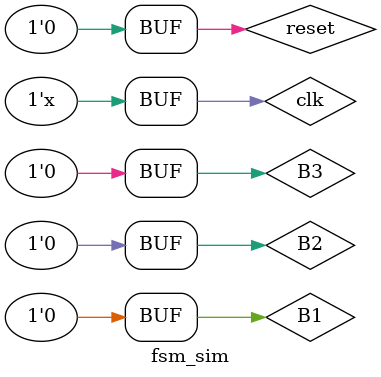
<source format=v>
`timescale 1ns / 1ps


module fsm_sim();

reg clk, reset, B1, B2, B3;
wire EB, EB1, EB2;

fsm_ aparat(clk, reset, B1, B2, B3, EB, EB1, EB2);

always
#10 clk = ~clk;

initial begin
    reset = 1; clk = 0;
    #20 reset = 0; B1 = 0; B2 = 0; B3 = 1;
    #40 B3 = 0;
end

endmodule

</source>
